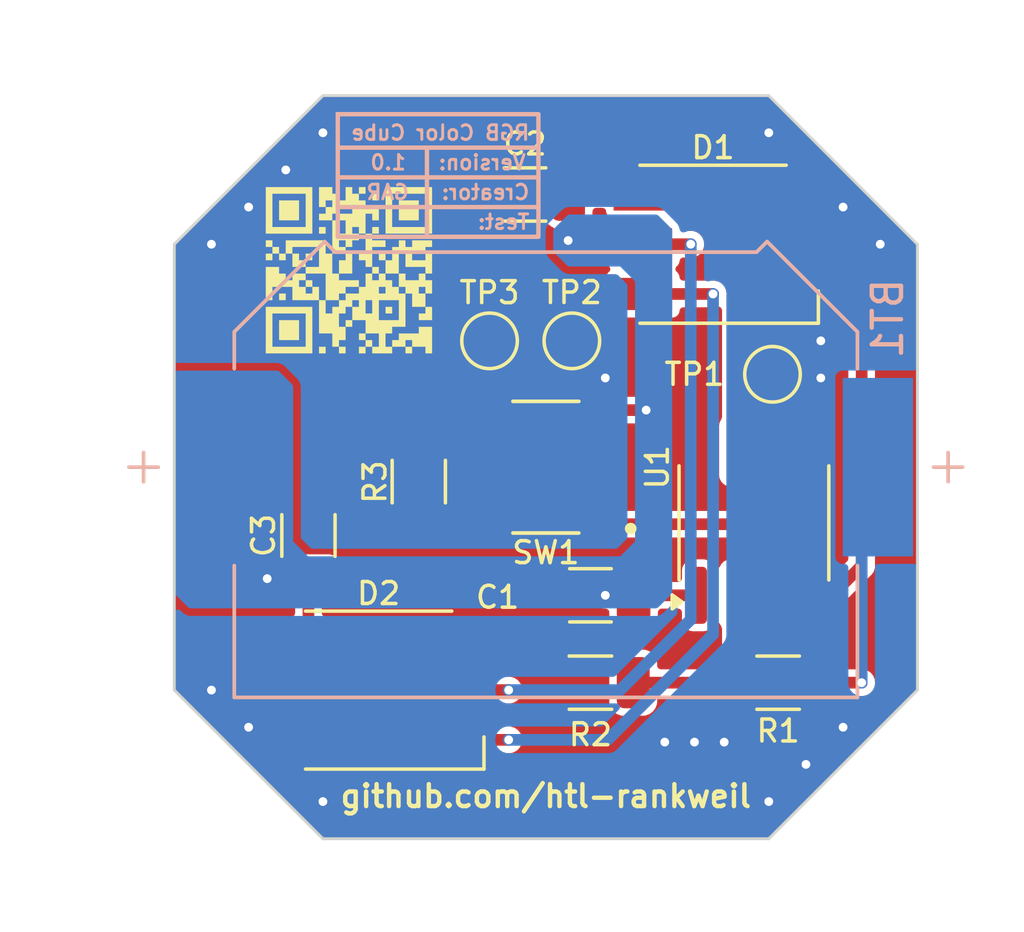
<source format=kicad_pcb>
(kicad_pcb (version 20221018) (generator pcbnew)
  (layers (0 "F.Cu" signal) (31 "B.Cu" signal) (34 "B.Paste" user) (35 "F.Paste" user) (36 "B.SilkS" user "B.Silkscreen") (37 "F.SilkS" user "F.Silkscreen") (38 "B.Mask" user) (39 "F.Mask" user) (44 "Edge.Cuts" user))
  (property "acronym" "RCC")
  (property "company" "HTL-Rankweil")
  (property "creator" "GAR")
  (property "date" "1337-13-37")
  (property "license" "CC BY-NC-SA 4.0")
  (property "link" "github.com/htl-rankweil")
  (property "revision" "1.0")
  (property "title" "RGB Color Cube")
  (net 0 "")
  (net 1 "GND")
  (net 2 "VCC")
  (net 3 "/MOSI")
  (net 4 "/SCK")
  (net 5 "Net-(U1-PA7)")
  (net 6 "Net-(U1-PA6)")
  (net 7 "Net-(U1-~{RESET}{slash}PA0)")
  (net 9 "Net-(D1-CO)")
  (net 10 "Net-(D1-DO)")
  (footprint "Resistor_SMD:R_1206_3216Metric" (layer "F.Cu") (at 115.824 96.266)
    (fp_text reference "R2" (at 0 1.778) (layer "F.SilkS") (effects (font (size 0.75 0.75) (thickness 0.12))))
    (fp_text value "1Meg")
    (fp_line (start -0.727064 -0.91) (end 0.727064 -0.91) (stroke (width 0.12)) (layer "F.SilkS"))
    (fp_line (start -0.727064 0.91) (end 0.727064 0.91) (stroke (width 0.12)) (layer "F.SilkS"))
    (pad "1" smd roundrect (at -1.4625 0) (size 1.125 1.75) (layers "F.Cu" "F.Paste" "F.Mask") (roundrect_rratio 0.2222222222) (net 1 "GND"))
    (pad "2" smd roundrect (at 1.4625 0) (size 1.125 1.75) (layers "F.Cu" "F.Paste" "F.Mask") (roundrect_rratio 0.2222222222) (net 6 "Net-(U1-PA6)"))
  )
  (footprint "TestPoint:TestPoint_Pad_D1.5mm" (layer "F.Cu") (at 115.189 84.582)
    (fp_text reference "TP2" (at 0 -1.651) (layer "F.SilkS") (effects (font (size 0.75 0.75) (thickness 0.12))))
    (fp_text value "TestPoint" hide)
    (fp_circle (center 0 0) (end 0 0.95) (stroke (width 0.12)) (fill none) (layer "F.SilkS"))
    (pad "1" smd circle (at 0 0) (size 1.5 1.5) (layers "F.Cu" "F.Mask") (net 1 "GND"))
  )
  (footprint "LED_SMD:LED_RGB_5050-6" (layer "F.Cu") (at 108.585 96.52 180)
    (fp_text reference "D2" (at 0 3.302) (layer "F.SilkS") (effects (font (size 0.75 0.75) (thickness 0.12))))
    (fp_text value "APA102")
    (fp_line (start -3.6 -2.7) (end 2.5 -2.7) (stroke (width 0.12)) (layer "F.SilkS"))
    (fp_line (start -3.6 -1.6) (end -3.6 -2.7) (stroke (width 0.12)) (layer "F.SilkS"))
    (fp_line (start 2.5 2.7) (end -2.5 2.7) (stroke (width 0.12)) (layer "F.SilkS"))
    (pad "1" smd rect (at -2.4 -1.7 270) (size 1.1 2) (layers "F.Cu" "F.Paste" "F.Mask") (net 10 "Net-(D1-DO)"))
    (pad "2" smd rect (at -2.4 0 270) (size 1.1 2) (layers "F.Cu" "F.Paste" "F.Mask") (net 9 "Net-(D1-CO)"))
    (pad "3" smd rect (at -2.4 1.7 270) (size 1.1 2) (layers "F.Cu" "F.Paste" "F.Mask") (net 1 "GND"))
    (pad "4" smd rect (at 2.4 1.7 270) (size 1.1 2) (layers "F.Cu" "F.Paste" "F.Mask") (net 2 "VCC"))
    (pad "5" smd rect (at 2.4 0 270) (size 1.1 2) (layers "F.Cu" "F.Paste" "F.Mask"))
    (pad "6" smd rect (at 2.4 -1.7 270) (size 1.1 2) (layers "F.Cu" "F.Paste" "F.Mask"))
  )
  (footprint "Capacitor_SMD:C_1206_3216Metric" (layer "F.Cu") (at 113.587 79.58 180)
    (fp_text reference "C2" (at 0 1.729) (layer "F.SilkS") (effects (font (size 0.75 0.75) (thickness 0.12))))
    (fp_text value "100n")
    (fp_line (start -0.711252 -0.91) (end 0.711252 -0.91) (stroke (width 0.12)) (layer "F.SilkS"))
    (fp_line (start -0.711252 0.91) (end 0.711252 0.91) (stroke (width 0.12)) (layer "F.SilkS"))
    (pad "1" smd roundrect (at -1.475 0 180) (size 1.15 1.8) (layers "F.Cu" "F.Paste" "F.Mask") (roundrect_rratio 0.2173913043) (net 2 "VCC"))
    (pad "2" smd roundrect (at 1.475 0 180) (size 1.15 1.8) (layers "F.Cu" "F.Paste" "F.Mask") (roundrect_rratio 0.2173913043) (net 1 "GND"))
  )
  (footprint "Capacitor_SMD:C_1206_3216Metric" (layer "F.Cu") (at 106.185 91.235 90)
    (fp_text reference "C3" (at 0 -1.537 90) (layer "F.SilkS") (effects (font (size 0.75 0.75) (thickness 0.12))))
    (fp_text value "100n")
    (fp_line (start -0.711252 -0.91) (end 0.711252 -0.91) (stroke (width 0.12)) (layer "F.SilkS"))
    (fp_line (start -0.711252 0.91) (end 0.711252 0.91) (stroke (width 0.12)) (layer "F.SilkS"))
    (pad "1" smd roundrect (at -1.475 0 90) (size 1.15 1.8) (layers "F.Cu" "F.Paste" "F.Mask") (roundrect_rratio 0.2173913043) (net 2 "VCC"))
    (pad "2" smd roundrect (at 1.475 0 90) (size 1.15 1.8) (layers "F.Cu" "F.Paste" "F.Mask") (roundrect_rratio 0.2173913043) (net 1 "GND"))
  )
  (footprint "Package_SO:SOIC-8_3.9x4.9mm_P1.27mm" (layer "F.Cu") (at 121.412 90.805 90)
    (fp_text reference "U1" (at 1.905 -3.302 90) (layer "F.SilkS") (effects (font (size 0.75 0.75) (thickness 0.12))))
    (fp_text value "ATtiny402-SS")
    (fp_line (start 0 -2.56) (end -1.95 -2.56) (stroke (width 0.12)) (layer "F.SilkS"))
    (fp_line (start 0 -2.56) (end 1.95 -2.56) (stroke (width 0.12)) (layer "F.SilkS"))
    (fp_line (start 0 2.56) (end -1.95 2.56) (stroke (width 0.12)) (layer "F.SilkS"))
    (fp_line (start 0 2.56) (end 1.95 2.56) (stroke (width 0.12)) (layer "F.SilkS"))
    (fp_poly (pts (xy -2.7 -2.465) (xy -2.94 -2.795) (xy -2.46 -2.795) (xy -2.7 -2.465)) (stroke (width 0.12)) (fill solid) (layer "F.SilkS"))
    (pad "1" smd roundrect (at -2.475 -1.905 90) (size 1.95 0.6) (layers "F.Cu" "F.Paste" "F.Mask") (net 2 "VCC"))
    (pad "2" smd roundrect (at -2.475 -0.635 90) (size 1.95 0.6) (layers "F.Cu" "F.Paste" "F.Mask") (net 6 "Net-(U1-PA6)"))
    (pad "3" smd roundrect (at -2.475 0.635 90) (size 1.95 0.6) (layers "F.Cu" "F.Paste" "F.Mask") (net 5 "Net-(U1-PA7)"))
    (pad "4" smd roundrect (at -2.475 1.905 90) (size 1.95 0.6) (layers "F.Cu" "F.Paste" "F.Mask") (net 3 "/MOSI"))
    (pad "5" smd roundrect (at 2.475 1.905 90) (size 1.95 0.6) (layers "F.Cu" "F.Paste" "F.Mask"))
    (pad "6" smd roundrect (at 2.475 0.635 90) (size 1.95 0.6) (layers "F.Cu" "F.Paste" "F.Mask") (net 7 "Net-(U1-~{RESET}{slash}PA0)"))
    (pad "7" smd roundrect (at 2.475 -0.635 90) (size 1.95 0.6) (layers "F.Cu" "F.Paste" "F.Mask") (net 4 "/SCK"))
    (pad "8" smd roundrect (at 2.475 -1.905 90) (size 1.95 0.6) (layers "F.Cu" "F.Paste" "F.Mask") (net 1 "GND"))
  )
  (footprint "Images:QR_0x007e_small" (layer "F.Cu") (at 107.569 82.169)
    (fp_text reference "FID4" hide)
    (fp_text value "QR" hide)
    (fp_poly (pts (xy -2.61504 -0.909579) (xy -2.61504 -0.795882) (xy -2.728738 -0.795882) (xy -2.842435 -0.795882) (xy -2.842435 -0.909579) (xy -2.842435 -1.023277) (xy -2.728738 -1.023277) (xy -2.61504 -1.023277)) (fill solid) (layer "F.SilkS"))
    (fp_poly (pts (xy -2.160251 0.909579) (xy -2.160251 1.023276) (xy -2.273948 1.023276) (xy -2.387646 1.023276) (xy -2.387646 0.909579) (xy -2.387646 0.795882) (xy -2.273948 0.795882) (xy -2.160251 0.795882)) (fill solid) (layer "F.SilkS"))
    (fp_poly (pts (xy -1.705461 -2.046553) (xy -1.705461 -1.705461) (xy -2.046553 -1.705461) (xy -2.387646 -1.705461) (xy -2.387646 -2.046553) (xy -2.387646 -2.387646) (xy -2.046553 -2.387646) (xy -1.705461 -2.387646)) (fill solid) (layer "F.SilkS"))
    (fp_poly (pts (xy -1.705461 2.046553) (xy -1.705461 2.387645) (xy -2.046553 2.387645) (xy -2.387646 2.387645) (xy -2.387646 2.046553) (xy -2.387646 1.705461) (xy -2.046553 1.705461) (xy -1.705461 1.705461)) (fill solid) (layer "F.SilkS"))
    (fp_poly (pts (xy -1.250672 -0.45479) (xy -1.250672 -0.341092) (xy -1.364369 -0.341092) (xy -1.478066 -0.341092) (xy -1.478066 -0.45479) (xy -1.478066 -0.568487) (xy -1.364369 -0.568487) (xy -1.250672 -0.568487)) (fill solid) (layer "F.SilkS"))
    (fp_poly (pts (xy -1.250672 0.454789) (xy -1.250672 0.568487) (xy -1.364369 0.568487) (xy -1.478066 0.568487) (xy -1.478066 0.454789) (xy -1.478066 0.341092) (xy -1.364369 0.341092) (xy -1.250672 0.341092)) (fill solid) (layer "F.SilkS"))
    (fp_poly (pts (xy -0.795882 -1.364369) (xy -0.795882 -1.250672) (xy -0.909579 -1.250672) (xy -1.023277 -1.250672) (xy -1.023277 -1.364369) (xy -1.023277 -1.478066) (xy -0.909579 -1.478066) (xy -0.795882 -1.478066)) (fill solid) (layer "F.SilkS"))
    (fp_poly (pts (xy -0.795882 2.728738) (xy -0.795882 2.842435) (xy -0.909579 2.842435) (xy -1.023277 2.842435) (xy -1.023277 2.728738) (xy -1.023277 2.61504) (xy -0.909579 2.61504) (xy -0.795882 2.61504)) (fill solid) (layer "F.SilkS"))
    (fp_poly (pts (xy -0.113698 2.728738) (xy -0.113698 2.842435) (xy -0.227395 2.842435) (xy -0.341092 2.842435) (xy -0.341092 2.728738) (xy -0.341092 2.61504) (xy -0.227395 2.61504) (xy -0.113698 2.61504)) (fill solid) (layer "F.SilkS"))
    (fp_poly (pts (xy 1.023276 -2.501343) (xy 1.023276 -2.387646) (xy 0.909579 -2.387646) (xy 0.795882 -2.387646) (xy 0.795882 -2.501343) (xy 0.795882 -2.61504) (xy 0.909579 -2.61504) (xy 1.023276 -2.61504)) (fill solid) (layer "F.SilkS"))
    (fp_poly (pts (xy 1.478066 1.364369) (xy 1.478066 1.478066) (xy 1.364369 1.478066) (xy 1.250671 1.478066) (xy 1.250671 1.364369) (xy 1.250671 1.250671) (xy 1.364369 1.250671) (xy 1.478066 1.250671)) (fill solid) (layer "F.SilkS"))
    (fp_poly (pts (xy 2.387645 -2.046553) (xy 2.387645 -1.705461) (xy 2.046553 -1.705461) (xy 1.705461 -1.705461) (xy 1.705461 -2.046553) (xy 1.705461 -2.387646) (xy 2.046553 -2.387646) (xy 2.387645 -2.387646)) (fill solid) (layer "F.SilkS"))
    (fp_poly (pts (xy 0.113697 -0.227395) (xy 0.113697 0.113697) (xy -0.113698 0.113697) (xy -0.341092 0.113697) (xy -0.341092 -0.113698) (xy -0.341092 -0.341092) (xy -0.227395 -0.341092) (xy -0.113698 -0.341092) (xy -0.113698 -0.45479) (xy -0.113698 -0.568487) (xy 0 -0.568487) (xy 0.113697 -0.568487)) (fill solid) (layer "F.SilkS"))
    (fp_poly (pts (xy 2.842435 1.478066) (xy 2.842435 1.705461) (xy 2.61504 1.705461) (xy 2.387645 1.705461) (xy 2.387645 1.591763) (xy 2.387645 1.478066) (xy 2.501343 1.478066) (xy 2.61504 1.478066) (xy 2.61504 1.364369) (xy 2.61504 1.250671) (xy 2.728738 1.250671) (xy 2.842435 1.250671)) (fill solid) (layer "F.SilkS"))
    (fp_poly (pts (xy -1.250672 -2.046553) (xy -1.250672 -1.250672) (xy -2.046553 -1.250672) (xy -2.842435 -1.250672) (xy -2.842435 -2.046553) (xy -2.842435 -2.61504) (xy -2.61504 -2.61504) (xy -2.61504 -2.046553) (xy -2.61504 -1.478066) (xy -2.046553 -1.478066) (xy -1.478066 -1.478066) (xy -1.478066 -2.046553) (xy -1.478066 -2.61504) (xy -2.046553 -2.61504) (xy -2.61504 -2.61504) (xy -2.842435 -2.61504) (xy -2.842435 -2.842435) (xy -2.046553 -2.842435) (xy -1.250672 -2.842435)) (fill solid) (layer "F.SilkS"))
    (fp_poly (pts (xy -1.250672 2.046553) (xy -1.250672 2.842435) (xy -2.046553 2.842435) (xy -2.842435 2.842435) (xy -2.842435 2.046553) (xy -2.842435 1.478066) (xy -2.61504 1.478066) (xy -2.61504 2.046553) (xy -2.61504 2.61504) (xy -2.046553 2.61504) (xy -1.478066 2.61504) (xy -1.478066 2.046553) (xy -1.478066 1.478066) (xy -2.046553 1.478066) (xy -2.61504 1.478066) (xy -2.842435 1.478066) (xy -2.842435 1.250671) (xy -2.046553 1.250671) (xy -1.250672 1.250671)) (fill solid) (layer "F.SilkS"))
    (fp_poly (pts (xy 2.842435 -2.046553) (xy 2.842435 -1.250672) (xy 2.046553 -1.250672) (xy 1.250671 -1.250672) (xy 1.250671 -2.046553) (xy 1.250671 -2.61504) (xy 1.478066 -2.61504) (xy 1.478066 -2.046553) (xy 1.478066 -1.478066) (xy 2.046553 -1.478066) (xy 2.61504 -1.478066) (xy 2.61504 -2.046553) (xy 2.61504 -2.61504) (xy 2.046553 -2.61504) (xy 1.478066 -2.61504) (xy 1.250671 -2.61504) (xy 1.250671 -2.842435) (xy 2.046553 -2.842435) (xy 2.842435 -2.842435)) (fill solid) (layer "F.SilkS"))
    (fp_poly (pts (xy -0.568487 -2.728738) (xy -0.568487 -2.61504) (xy -0.45479 -2.61504) (xy -0.341092 -2.61504) (xy -0.341092 -2.501343) (xy -0.341092 -2.387646) (xy -0.227395 -2.387646) (xy -0.113698 -2.387646) (xy -0.113698 -2.61504) (xy -0.113698 -2.842435) (xy 0 -2.842435) (xy 0.113697 -2.842435) (xy 0.113697 -2.728738) (xy 0.113697 -2.61504) (xy 0.227395 -2.61504) (xy 0.341092 -2.61504) (xy 0.341092 -2.728738) (xy 0.341092 -2.842435) (xy 0.454789 -2.842435) (xy 0.568487 -2.842435) (xy 0.568487 -2.728738) (xy 0.568487 -2.61504) (xy 0.454789 -2.61504) (xy 0.341092 -2.61504) (xy 0.341092 -2.501343) (xy 0.341092 -2.387646) (xy 0.454789 -2.387646) (xy 0.568487 -2.387646) (xy 0.568487 -2.273948) (xy 0.568487 -2.160251) (xy 0.795882 -2.160251) (xy 1.023276 -2.160251) (xy 1.023276 -1.932856) (xy 1.023276 -1.705461) (xy 0.909579 -1.705461) (xy 0.795882 -1.705461) (xy 0.795882 -1.819159) (xy 0.795882 -1.932856) (xy 0.682184 -1.932856) (xy 0.568487 -1.932856) (xy 0.568487 -1.591764) (xy 0.568487 -1.250672) (xy 0.682184 -1.250672) (xy 0.795882 -1.250672) (xy 0.795882 -1.364369) (xy 0.795882 -1.478066) (xy 0.909579 -1.478066) (xy 1.023276 -1.478066) (xy 1.023276 -1.364369) (xy 1.023276 -1.250672) (xy 0.909579 -1.250672) (xy 0.795882 -1.250672) (xy 0.795882 -1.136974) (xy 0.795882 -1.023277) (xy 1.023276 -1.023277) (xy 1.250671 -1.023277) (xy 1.250671 -0.909579) (xy 1.250671 -0.795882) (xy 1.023276 -0.795882) (xy 0.795882 -0.795882) (xy 0.795882 -0.45479) (xy 0.795882 -0.113698) (xy 0.682184 -0.113698) (xy 0.568487 -0.113698) (xy 0.568487 -0.227395) (xy 0.568487 -0.341092) (xy 0.454789 -0.341092) (xy 0.341092 -0.341092) (xy 0.341092 -0.45479) (xy 0.341092 -0.568487) (xy 0.454789 -0.568487) (xy 0.568487 -0.568487) (xy 0.568487 -0.909579) (xy 0.568487 -1.250672) (xy 0.454789 -1.250672) (xy 0.341092 -1.250672) (xy 0.341092 -1.136974) (xy 0.341092 -1.023277) (xy 0.227395 -1.023277) (xy 0.113697 -1.023277) (xy 0.113697 -0.909579) (xy 0.113697 -0.795882) (xy 0 -0.795882) (xy -0.113698 -0.795882) (xy -0.113698 -0.909579) (xy -0.113698 -1.023277) (xy -0.227395 -1.023277) (xy -0.341092 -1.023277) (xy -0.341092 -0.909579) (xy -0.341092 -0.795882) (xy -0.227395 -0.795882) (xy -0.113698 -0.795882) (xy -0.113698 -0.682185) (xy -0.113698 -0.568487) (xy -0.341092 -0.568487) (xy -0.568487 -0.568487) (xy -0.568487 -0.227395) (xy -0.568487 0.113697) (xy -0.45479 0.113697) (xy -0.341092 0.113697) (xy -0.341092 0.227395) (xy -0.341092 0.341092) (xy 0 0.341092) (xy 0.341092 0.341092) (xy 0.341092 0.454789) (xy 0.341092 0.568487) (xy 0.113697 0.568487) (xy -0.113698 0.568487) (xy -0.113698 0.682184) (xy -0.113698 0.795882) (xy -0.227395 0.795882) (xy -0.341092 0.795882) (xy -0.341092 0.909579) (xy -0.341092 1.023276) (xy -0.568487 1.023276) (xy -0.795882 1.023276) (xy -0.795882 0.568487) (xy -0.795882 0.113697) (xy -1.136974 0.113697) (xy -1.478066 0.113697) (xy -1.478066 0.227395) (xy -1.478066 0.341092) (xy -1.591764 0.341092) (xy -1.705461 0.341092) (xy -1.705461 0.454789) (xy -1.705461 0.568487) (xy -1.591764 0.568487) (xy -1.478066 0.568487) (xy -1.478066 0.682184) (xy -1.478066 0.795882) (xy -1.364369 0.795882) (xy -1.250672 0.795882) (xy -1.250672 0.682184) (xy -1.250672 0.568487) (xy -1.136974 0.568487) (xy -1.023277 0.568487) (xy -1.023277 0.795882) (xy -1.023277 1.023276) (xy -1.478066 1.023276) (xy -1.932856 1.023276) (xy -1.932856 0.795882) (xy -1.932856 0.568487) (xy -2.273948 0.568487) (xy -2.61504 0.568487) (xy -2.61504 0.795882) (xy -2.61504 1.023276) (xy -2.728738 1.023276) (xy -2.842435 1.023276) (xy -2.842435 0.454789) (xy -2.842435 -0.113698) (xy -2.61504 -0.113698) (xy -2.387646 -0.113698) (xy -2.387646 0) (xy -2.387646 0.113697) (xy -2.273948 0.113697) (xy -2.160251 0.113697) (xy -2.160251 0.227395) (xy -2.160251 0.341092) (xy -2.046553 0.341092) (xy -1.932856 0.341092) (xy -1.932856 0.227395) (xy -1.932856 0.113697) (xy -1.705461 0.113697) (xy -1.478066 0.113697) (xy -1.478066 0) (xy -1.478066 -0.113698) (xy -1.705461 -0.113698) (xy -1.932856 -0.113698) (xy -1.932856 -0.341092) (xy -1.932856 -0.568487) (xy -1.819159 -0.568487) (xy -1.705461 -0.568487) (xy -1.705461 -0.45479) (xy -1.705461 -0.341092) (xy -1.591764 -0.341092) (xy -1.478066 -0.341092) (xy -1.478066 -0.227395) (xy -1.478066 -0.113698) (xy -1.250672 -0.113698) (xy -1.023277 -0.113698) (xy -1.023277 -0.45479) (xy -1.023277 -0.795882) (xy -1.478066 -0.795882) (xy -1.932856 -0.795882) (xy -1.932856 -0.682185) (xy -1.932856 -0.568487) (xy -2.046553 -0.568487) (xy -2.160251 -0.568487) (xy -2.160251 -0.45479) (xy -2.160251 -0.341092) (xy -2.273948 -0.341092) (xy -2.387646 -0.341092) (xy -2.387646 -0.45479) (xy -2.387646 -0.568487) (xy -2.501343 -0.568487) (xy -2.61504 -0.568487) (xy -2.61504 -0.45479) (xy -2.61504 -0.341092) (xy -2.728738 -0.341092) (xy -2.842435 -0.341092) (xy -2.842435 -0.45479) (xy -2.842435 -0.568487) (xy -2.728738 -0.568487) (xy -2.61504 -0.568487) (xy -2.61504 -0.682185) (xy -2.61504 -0.795882) (xy -2.501343 -0.795882) (xy -2.387646 -0.795882) (xy -2.387646 -0.682185) (xy -2.387646 -0.568487) (xy -2.273948 -0.568487) (xy -2.160251 -0.568487) (xy -2.160251 -0.795882) (xy -2.160251 -1.023277) (xy -1.478066 -1.023277) (xy -0.795882 -1.023277) (xy -0.795882 -0.795882) (xy -0.795882 -0.568487) (xy -0.682185 -0.568487) (xy -0.568487 -0.568487) (xy -0.568487 -1.136974) (xy -0.568487 -1.705461) (xy -0.45479 -1.705461) (xy -0.341092 -1.705461) (xy -0.341092 -1.478066) (xy -0.341092 -1.250672) (xy -0.227395 -1.250672) (xy -0.113698 -1.250672) (xy -0.113698 -1.478066) (xy 0.113697 -1.478066) (xy 0.113697 -1.364369) (xy 0.113697 -1.250672) (xy 0.227395 -1.250672) (xy 0.341092 -1.250672) (xy 0.341092 -1.364369) (xy 0.341092 -1.478066) (xy 0.227395 -1.478066) (xy 0.113697 -1.478066) (xy -0.113698 -1.478066) (xy -0.113698 -1.705461) (xy -0.227395 -1.705461) (xy -0.341092 -1.705461) (xy -0.341092 -1.819159) (xy -0.341092 -1.932856) (xy -0.113698 -1.932856) (xy 0.113697 -1.932856) (xy 0.113697 -2.046553) (xy 0.113697 -2.160251) (xy -0.113698 -2.160251) (xy -0.341092 -2.160251) (xy -0.341092 -2.046553) (xy -0.341092 -1.932856) (xy -0.45479 -1.932856) (xy -0.568487 -1.932856) (xy -0.568487 -1.819159) (xy -0.568487 -1.705461) (xy -0.795882 -1.705461) (xy -1.023277 -1.705461) (xy -1.023277 -1.819159) (xy -1.023277 -1.932856) (xy -0.909579 -1.932856) (xy -0.795882 -1.932856) (xy -0.795882 -2.046553) (xy -0.795882 -2.160251) (xy -0.909579 -2.160251) (xy -1.023277 -2.160251) (xy -1.023277 -2.387646) (xy -0.795882 -2.387646) (xy -0.795882 -2.273948) (xy -0.795882 -2.160251) (xy -0.682185 -2.160251) (xy -0.568487 -2.160251) (xy -0.568487 -2.273948) (xy -0.568487 -2.387646) (xy -0.682185 -2.387646) (xy -0.795882 -2.387646) (xy -1.023277 -2.387646) (xy -1.023277 -2.501343) (xy -1.023277 -2.842435) (xy -0.795882 -2.842435) (xy -0.568487 -2.842435)) (fill solid) (layer "F.SilkS"))
    (fp_poly (pts (xy 1.932856 -0.909579) (xy 1.932856 -0.795882) (xy 2.046553 -0.795882) (xy 2.16025 -0.795882) (xy 2.16025 -0.909579) (xy 2.16025 -1.023277) (xy 2.501343 -1.023277) (xy 2.842435 -1.023277) (xy 2.842435 -0.909579) (xy 2.842435 -0.795882) (xy 2.728738 -0.795882) (xy 2.61504 -0.795882) (xy 2.61504 -0.682185) (xy 2.61504 -0.568487) (xy 2.387645 -0.568487) (xy 2.16025 -0.568487) (xy 2.16025 -0.45479) (xy 2.16025 -0.341092) (xy 2.387645 -0.341092) (xy 2.61504 -0.341092) (xy 2.61504 -0.45479) (xy 2.61504 -0.568487) (xy 2.728738 -0.568487) (xy 2.842435 -0.568487) (xy 2.842435 -0.227395) (xy 2.842435 0.113697) (xy 2.728738 0.113697) (xy 2.61504 0.113697) (xy 2.61504 0.227395) (xy 2.61504 0.341092) (xy 2.728738 0.341092) (xy 2.842435 0.341092) (xy 2.842435 0.568487) (xy 2.842435 0.795882) (xy 2.728738 0.795882) (xy 2.61504 0.795882) (xy 2.61504 1.023276) (xy 2.61504 1.250671) (xy 2.387645 1.250671) (xy 2.16025 1.250671) (xy 2.16025 1.023276) (xy 2.16025 0.795882) (xy 2.046553 0.795882) (xy 1.932856 0.795882) (xy 1.932856 1.364369) (xy 1.932856 1.932856) (xy 1.705461 1.932856) (xy 1.478066 1.932856) (xy 1.478066 2.046553) (xy 1.478066 2.16025) (xy 1.364369 2.16025) (xy 1.250671 2.16025) (xy 1.250671 2.387645) (xy 1.250671 2.61504) (xy 1.364369 2.61504) (xy 1.478066 2.61504) (xy 1.478066 2.501343) (xy 1.478066 2.387645) (xy 1.591763 2.387645) (xy 1.705461 2.387645) (xy 1.932856 2.387645) (xy 1.932856 2.501343) (xy 1.932856 2.61504) (xy 2.046553 2.61504) (xy 2.16025 2.61504) (xy 2.16025 2.501343) (xy 2.16025 2.387645) (xy 2.046553 2.387645) (xy 1.932856 2.387645) (xy 1.705461 2.387645) (xy 1.705461 2.273948) (xy 1.705461 2.16025) (xy 2.046553 2.16025) (xy 2.387645 2.16025) (xy 2.387645 2.046553) (xy 2.387645 1.932856) (xy 2.61504 1.932856) (xy 2.842435 1.932856) (xy 2.842435 2.387645) (xy 2.842435 2.842435) (xy 2.728738 2.842435) (xy 2.61504 2.842435) (xy 2.61504 2.728738) (xy 2.61504 2.61504) (xy 2.387645 2.61504) (xy 2.16025 2.61504) (xy 2.16025 2.728738) (xy 2.16025 2.842435) (xy 2.046553 2.842435) (xy 1.932856 2.842435) (xy 1.932856 2.728738) (xy 1.932856 2.61504) (xy 1.705461 2.61504) (xy 1.478066 2.61504) (xy 1.478066 2.728738) (xy 1.478066 2.842435) (xy 1.136974 2.842435) (xy 0.795882 2.842435) (xy 0.795882 2.728738) (xy 0.795882 2.61504) (xy 0.682184 2.61504) (xy 0.568487 2.61504) (xy 0.568487 2.728738) (xy 0.568487 2.842435) (xy 0.454789 2.842435) (xy 0.341092 2.842435) (xy 0.341092 2.728738) (xy 0.341092 2.61504) (xy 0.454789 2.61504) (xy 0.568487 2.61504) (xy 0.568487 2.501343) (xy 0.568487 2.387645) (xy 0.682184 2.387645) (xy 0.795882 2.387645) (xy 0.795882 2.501343) (xy 0.795882 2.61504) (xy 0.909579 2.61504) (xy 1.023276 2.61504) (xy 1.023276 2.387645) (xy 1.023276 2.16025) (xy 0.795882 2.16025) (xy 0.568487 2.16025) (xy 0.568487 2.273948) (xy 0.568487 2.387645) (xy 0.454789 2.387645) (xy 0.341092 2.387645) (xy 0.341092 2.273948) (xy 0.341092 2.16025) (xy 0.454789 2.16025) (xy 0.568487 2.16025) (xy 0.568487 1.932856) (xy 0.568487 1.705461) (xy 0.341092 1.705461) (xy 0.113697 1.705461) (xy 0.113697 1.819158) (xy 0.113697 1.932856) (xy 0 1.932856) (xy -0.113698 1.932856) (xy -0.113698 2.16025) (xy -0.113698 2.387645) (xy -0.227395 2.387645) (xy -0.341092 2.387645) (xy -0.341092 2.501343) (xy -0.341092 2.61504) (xy -0.45479 2.61504) (xy -0.568487 2.61504) (xy -0.568487 2.387645) (xy -0.568487 2.16025) (xy -0.795882 2.16025) (xy -1.023277 2.16025) (xy -1.023277 1.932856) (xy -0.341092 1.932856) (xy -0.227395 1.932856) (xy -0.113698 1.932856) (xy -0.113698 1.819158) (xy -0.113698 1.705461) (xy 0 1.705461) (xy 0.113697 1.705461) (xy 0.113697 1.478066) (xy 0.113697 1.250671) (xy 0.227395 1.250671) (xy 0.341092 1.250671) (xy 0.341092 1.136974) (xy 0.341092 1.023276) (xy 0.568487 1.023276) (xy 0.568487 1.250671) (xy 0.568487 1.478066) (xy 0.682184 1.478066) (xy 0.795882 1.478066) (xy 0.795882 1.250671) (xy 0.795882 1.023276) (xy 1.023276 1.023276) (xy 1.023276 1.364369) (xy 1.023276 1.705461) (xy 1.364369 1.705461) (xy 1.705461 1.705461) (xy 1.705461 1.364369) (xy 1.705461 1.023276) (xy 1.364369 1.023276) (xy 1.023276 1.023276) (xy 0.795882 1.023276) (xy 0.682184 1.023276) (xy 0.568487 1.023276) (xy 0.341092 1.023276) (xy 0.227395 1.023276) (xy 0.113697 1.023276) (xy 0.113697 1.136974) (xy 0.113697 1.250671) (xy 0 1.250671) (xy -0.113698 1.250671) (xy -0.113698 1.364369) (xy -0.113698 1.478066) (xy -0.227395 1.478066) (xy -0.341092 1.478066) (xy -0.341092 1.705461) (xy -0.341092 1.932856) (xy -1.023277 1.932856) (xy -1.023277 1.591763) (xy -1.023277 1.023276) (xy -0.909579 1.023276) (xy -0.795882 1.023276) (xy -0.795882 1.250671) (xy -0.795882 1.478066) (xy -0.682185 1.478066) (xy -0.568487 1.478066) (xy -0.568487 1.364369) (xy -0.568487 1.250671) (xy -0.45479 1.250671) (xy -0.341092 1.250671) (xy -0.341092 1.136974) (xy -0.341092 1.023276) (xy -0.227395 1.023276) (xy -0.113698 1.023276) (xy -0.113698 0.909579) (xy -0.113698 0.795882) (xy 0.113697 0.795882) (xy 0.341092 0.795882) (xy 0.341092 0.682184) (xy 0.341092 0.568487) (xy 0.454789 0.568487) (xy 0.568487 0.568487) (xy 1.023276 0.568487) (xy 1.023276 0.682184) (xy 1.023276 0.795882) (xy 1.136974 0.795882) (xy 1.250671 0.795882) (xy 1.250671 0.682184) (xy 1.250671 0.568487) (xy 1.136974 0.568487) (xy 1.023276 0.568487) (xy 0.568487 0.568487) (xy 0.568487 0.341092) (xy 0.568487 0.113697) (xy 0.682184 0.113697) (xy 0.795882 0.113697) (xy 0.795882 0.227395) (xy 0.795882 0.341092) (xy 0.909579 0.341092) (xy 1.023276 0.341092) (xy 1.250671 0.341092) (xy 1.364369 0.341092) (xy 1.478066 0.341092) (xy 1.478066 0.454789) (xy 1.478066 0.568487) (xy 1.591763 0.568487) (xy 1.705461 0.568487) (xy 1.705461 0.682184) (xy 1.705461 0.795882) (xy 1.819158 0.795882) (xy 1.932856 0.795882) (xy 1.932856 0.682184) (xy 1.932856 0.568487) (xy 2.387645 0.568487) (xy 2.387645 0.682184) (xy 2.387645 0.795882) (xy 2.501343 0.795882) (xy 2.61504 0.795882) (xy 2.61504 0.682184) (xy 2.61504 0.568487) (xy 2.501343 0.568487) (xy 2.387645 0.568487) (xy 1.932856 0.568487) (xy 1.819158 0.568487) (xy 1.705461 0.568487) (xy 1.705461 0.341092) (xy 1.705461 0.113697) (xy 1.819158 0.113697) (xy 1.932856 0.113697) (xy 1.932856 0.227395) (xy 1.932856 0.341092) (xy 2.16025 0.341092) (xy 2.387645 0.341092) (xy 2.387645 0.227395) (xy 2.387645 0.113697) (xy 2.501343 0.113697) (xy 2.61504 0.113697) (xy 2.61504 0) (xy 2.61504 -0.113698) (xy 2.273948 -0.113698) (xy 1.932856 -0.113698) (xy 1.932856 -0.341092) (xy 1.932856 -0.568487) (xy 1.819158 -0.568487) (xy 1.705461 -0.568487) (xy 1.705461 -0.227395) (xy 1.705461 0.113697) (xy 1.478066 0.113697) (xy 1.250671 0.113697) (xy 1.250671 0.227395) (xy 1.250671 0.341092) (xy 1.023276 0.341092) (xy 1.023276 0.227395) (xy 1.023276 0.113697) (xy 0.909579 0.113697) (xy 0.795882 0.113697) (xy 0.795882 0) (xy 0.795882 -0.113698) (xy 0.909579 -0.113698) (xy 1.023276 -0.113698) (xy 1.023276 0) (xy 1.023276 0.113697) (xy 1.136974 0.113697) (xy 1.250671 0.113697) (xy 1.250671 -0.113698) (xy 1.250671 -0.341092) (xy 1.136974 -0.341092) (xy 1.023276 -0.341092) (xy 1.023276 -0.45479) (xy 1.023276 -0.568487) (xy 1.136974 -0.568487) (xy 1.250671 -0.568487) (xy 1.250671 -0.45479) (xy 1.250671 -0.341092) (xy 1.364369 -0.341092) (xy 1.478066 -0.341092) (xy 1.478066 -0.568487) (xy 1.478066 -0.795882) (xy 1.591763 -0.795882) (xy 1.705461 -0.795882) (xy 1.705461 -0.909579) (xy 1.705461 -1.023277) (xy 1.819158 -1.023277) (xy 1.932856 -1.023277)) (fill solid) (layer "F.SilkS"))
  )
  (footprint "PTS530:SW_PTS530_GK055_SMTR_LFS" (layer "F.Cu") (at 114.3 88.9 180)
    (fp_text reference "SW1" (at 0 -2.921) (layer "F.SilkS") (effects (font (size 0.75 0.75) (thickness 0.12))))
    (fp_text value "SW_MEC_5E")
    (fp_line (start -1.125 -2.25) (end 1.125 -2.25) (stroke (width 0.127)) (layer "F.SilkS"))
    (fp_line (start -1.125 2.25) (end 1.125 2.25) (stroke (width 0.127)) (layer "F.SilkS"))
    (fp_circle (center -2.9 -2.1) (end -2.8 -2.1) (stroke (width 0.2)) (fill none) (layer "F.SilkS"))
    (pad "1" smd rect (at -1.925 -1.95 180) (size 1 0.9) (layers "F.Cu" "F.Paste" "F.Mask") (net 5 "Net-(U1-PA7)"))
    (pad "2" smd rect (at 1.925 -1.95 180) (size 1 0.9) (layers "F.Cu" "F.Paste" "F.Mask") (net 5 "Net-(U1-PA7)"))
    (pad "3" smd rect (at -1.925 1.95 180) (size 1 0.9) (layers "F.Cu" "F.Paste" "F.Mask") (net 2 "VCC"))
    (pad "4" smd rect (at 1.925 1.95 180) (size 1 0.9) (layers "F.Cu" "F.Paste" "F.Mask") (net 2 "VCC"))
  )
  (footprint "Resistor_SMD:R_1206_3216Metric" (layer "F.Cu") (at 109.9566 89.3933 90)
    (fp_text reference "R3" (at -0.0147 -1.4986 90) (layer "F.SilkS") (effects (font (size 0.75 0.75) (thickness 0.12))))
    (fp_text value "1Meg")
    (fp_line (start -0.727064 -0.91) (end 0.727064 -0.91) (stroke (width 0.12)) (layer "F.SilkS"))
    (fp_line (start -0.727064 0.91) (end 0.727064 0.91) (stroke (width 0.12)) (layer "F.SilkS"))
    (pad "1" smd roundrect (at -1.4625 0 90) (size 1.125 1.75) (layers "F.Cu" "F.Paste" "F.Mask") (roundrect_rratio 0.2222222222) (net 5 "Net-(U1-PA7)"))
    (pad "2" smd roundrect (at 1.4625 0 90) (size 1.125 1.75) (layers "F.Cu" "F.Paste" "F.Mask") (roundrect_rratio 0.2222222222) (net 1 "GND"))
  )
  (footprint "TestPoint:TestPoint_Pad_D1.5mm" (layer "F.Cu") (at 122.047 85.725)
    (fp_text reference "TP1" (at -2.667 0 180) (layer "F.SilkS") (effects (font (size 0.75 0.75) (thickness 0.12))))
    (fp_text value "TestPoint" hide)
    (fp_circle (center 0 0) (end 0 0.95) (stroke (width 0.12)) (fill none) (layer "F.SilkS"))
    (pad "1" smd circle (at 0 0) (size 1.5 1.5) (layers "F.Cu" "F.Mask") (net 7 "Net-(U1-~{RESET}{slash}PA0)"))
  )
  (footprint "Capacitor_SMD:C_1206_3216Metric" (layer "F.Cu") (at 115.824 93.28 180)
    (fp_text reference "C1" (at 3.175 -0.065) (layer "F.SilkS") (effects (font (size 0.75 0.75) (thickness 0.12))))
    (fp_text value "100n")
    (fp_line (start -0.711252 -0.91) (end 0.711252 -0.91) (stroke (width 0.12)) (layer "F.SilkS"))
    (fp_line (start -0.711252 0.91) (end 0.711252 0.91) (stroke (width 0.12)) (layer "F.SilkS"))
    (pad "1" smd roundrect (at -1.475 0 180) (size 1.15 1.8) (layers "F.Cu" "F.Paste" "F.Mask") (roundrect_rratio 0.2173913043) (net 2 "VCC"))
    (pad "2" smd roundrect (at 1.475 0 180) (size 1.15 1.8) (layers "F.Cu" "F.Paste" "F.Mask") (roundrect_rratio 0.2173913043) (net 1 "GND"))
  )
  (footprint "Resistor_SMD:R_1206_3216Metric" (layer "F.Cu") (at 122.2395 96.266)
    (fp_text reference "R1" (at 0 1.651) (layer "F.SilkS") (effects (font (size 0.75 0.75) (thickness 0.12))))
    (fp_text value "1Meg")
    (fp_line (start -0.727064 -0.91) (end 0.727064 -0.91) (stroke (width 0.12)) (layer "F.SilkS"))
    (fp_line (start -0.727064 0.91) (end 0.727064 0.91) (stroke (width 0.12)) (layer "F.SilkS"))
    (pad "1" smd roundrect (at -1.4625 0) (size 1.125 1.75) (layers "F.Cu" "F.Paste" "F.Mask") (roundrect_rratio 0.2222222222) (net 6 "Net-(U1-PA6)"))
    (pad "2" smd roundrect (at 1.4625 0) (size 1.125 1.75) (layers "F.Cu" "F.Paste" "F.Mask") (roundrect_rratio 0.2222222222) (net 2 "VCC"))
  )
  (footprint "LED_SMD:LED_RGB_5050-6" (layer "F.Cu") (at 120.015 81.28 180)
    (fp_text reference "D1" (at 0 3.302) (layer "F.SilkS") (effects (font (size 0.75 0.75) (thickness 0.12))))
    (fp_text value "APA102")
    (fp_line (start -3.6 -2.7) (end 2.5 -2.7) (stroke (width 0.12)) (layer "F.SilkS"))
    (fp_line (start -3.6 -1.6) (end -3.6 -2.7) (stroke (width 0.12)) (layer "F.SilkS"))
    (fp_line (start 2.5 2.7) (end -2.5 2.7) (stroke (width 0.12)) (layer "F.SilkS"))
    (pad "1" smd rect (at -2.4 -1.7 270) (size 1.1 2) (layers "F.Cu" "F.Paste" "F.Mask") (net 3 "/MOSI"))
    (pad "2" smd rect (at -2.4 0 270) (size 1.1 2) (layers "F.Cu" "F.Paste" "F.Mask") (net 4 "/SCK"))
    (pad "3" smd rect (at -2.4 1.7 270) (size 1.1 2) (layers "F.Cu" "F.Paste" "F.Mask") (net 1 "GND"))
    (pad "4" smd rect (at 2.4 1.7 270) (size 1.1 2) (layers "F.Cu" "F.Paste" "F.Mask") (net 2 "VCC"))
    (pad "5" smd rect (at 2.4 0 270) (size 1.1 2) (layers "F.Cu" "F.Paste" "F.Mask") (net 9 "Net-(D1-CO)"))
    (pad "6" smd rect (at 2.4 -1.7 270) (size 1.1 2) (layers "F.Cu" "F.Paste" "F.Mask") (net 10 "Net-(D1-DO)"))
  )
  (footprint "TestPoint:TestPoint_Pad_D1.5mm" (layer "F.Cu") (at 112.375 84.582)
    (fp_text reference "TP3" (at 0 -1.648) (layer "F.SilkS") (effects (font (size 0.75 0.75) (thickness 0.12))))
    (fp_text value "TestPoint")
    (fp_circle (center 0 0) (end 0 0.95) (stroke (width 0.12)) (fill none) (layer "F.SilkS"))
    (pad "1" smd circle (at 0 0) (size 1.5 1.5) (layers "F.Cu" "F.Mask") (net 2 "VCC"))
  )
  (footprint "Battery_BH:BAT_BH-67D-5" (layer "B.Cu") (at 114.3 88.9 180)
    (fp_text reference "BT1" (at -11.684 5.08 90) (layer "B.SilkS") (effects (justify mirror)))
    (fp_text value "BH-67D-5")
    (fp_line (start -13.75 0.5) (end -13.75 -0.5) (stroke (width 0.127)) (layer "B.SilkS"))
    (fp_line (start -13.25 0) (end -14.25 0) (stroke (width 0.127)) (layer "B.SilkS"))
    (fp_line (start -10.65 -7.87) (end 10.65 -7.87) (stroke (width 0.127)) (layer "B.SilkS"))
    (fp_line (start -10.65 -3.365) (end -10.65 -7.87) (stroke (width 0.127)) (layer "B.SilkS"))
    (fp_line (start -10.65 4.6246) (end -10.65 3.365) (stroke (width 0.127)) (layer "B.SilkS"))
    (fp_line (start -7.5623 7.71) (end -10.65 4.6246) (stroke (width 0.127)) (layer "B.SilkS"))
    (fp_line (start -7.5623 7.71) (end -7.2 7.35) (stroke (width 0.127)) (layer "B.SilkS"))
    (fp_line (start -7.2 7.35) (end 7.2 7.35) (stroke (width 0.127)) (layer "B.SilkS"))
    (fp_line (start 7.2 7.35) (end 7.5623 7.71) (stroke (width 0.127)) (layer "B.SilkS"))
    (fp_line (start 7.5623 7.71) (end 10.65 4.6246) (stroke (width 0.127)) (layer "B.SilkS"))
    (fp_line (start 10.65 -3.365) (end 10.65 -7.87) (stroke (width 0.127)) (layer "B.SilkS"))
    (fp_line (start 10.65 4.6246) (end 10.65 3.365) (stroke (width 0.127)) (layer "B.SilkS"))
    (fp_line (start 13.75 0.5) (end 13.75 -0.5) (stroke (width 0.127)) (layer "B.SilkS"))
    (fp_line (start 14.25 0) (end 13.25 0) (stroke (width 0.127)) (layer "B.SilkS"))
    (pad "N" smd rect (at 0 0 180) (size 4 4) (layers "B.Cu" "B.Mask") (net 1 "GND"))
    (pad "P1" smd rect (at -11.35 0 180) (size 2.4 6.1) (layers "B.Cu" "B.Paste" "B.Mask") (net 2 "VCC"))
    (pad "P2" smd rect (at 11.35 0 180) (size 2.4 6.1) (layers "B.Cu" "B.Paste" "B.Mask") (net 2 "VCC"))
  )
  (gr_line (start 110.236 81.026) (end 110.236 77.978) (stroke (width 0.15)) (layer "B.SilkS"))
  (gr_line (start 107.188 80.01) (end 114.046 80.01) (stroke (width 0.15)) (layer "B.SilkS"))
  (gr_line (start 107.188 78.994) (end 114.046 78.994) (stroke (width 0.15)) (layer "B.SilkS"))
  (gr_rect (start 107.188 76.835) (end 114.046 81.026) (stroke (width 0.15)) (fill none) (layer "B.SilkS"))
  (gr_line (start 107.188 77.978) (end 114.046 77.978) (stroke (width 0.15)) (layer "B.SilkS"))
  (gr_line (start 127 96.52) (end 121.92 101.6) (stroke (width 0.1)) (layer "Edge.Cuts"))
  (gr_line (start 127 81.28) (end 127 96.52) (stroke (width 0.1)) (layer "Edge.Cuts"))
  (gr_line (start 101.6 81.28) (end 106.68 76.2) (stroke (width 0.1)) (layer "Edge.Cuts"))
  (gr_line (start 106.68 101.6) (end 101.6 96.52) (stroke (width 0.1)) (layer "Edge.Cuts"))
  (gr_line (start 121.92 101.6) (end 106.68 101.6) (stroke (width 0.1)) (layer "Edge.Cuts"))
  (gr_line (start 106.68 76.2) (end 121.92 76.2) (stroke (width 0.1)) (layer "Edge.Cuts"))
  (gr_line (start 101.6 96.52) (end 101.6 81.28) (stroke (width 0.1)) (layer "Edge.Cuts"))
  (gr_line (start 121.92 76.2) (end 127 81.28) (stroke (width 0.1)) (layer "Edge.Cuts"))
  (gr_text "Test:" (at 113.792 80.518) (layer "B.SilkS") (effects (font (size 0.5 0.5) (thickness 0.1) bold) (justify left mirror)))
  (gr_text "Creator:   ${creator}" (at 113.792 79.502) (layer "B.SilkS") (effects (font (size 0.5 0.5) (thickness 0.1) bold) (justify left mirror)))
  (gr_text "${title}" (at 113.792 77.47) (layer "B.SilkS") (effects (font (size 0.5 0.5) (thickness 0.1) bold) (justify left mirror)))
  (gr_text "Version:   ${revision}\n" (at 113.665 78.486) (layer "B.SilkS") (effects (font (size 0.5 0.5) (thickness 0.1) bold) (justify left mirror)))
  (gr_text "${link}" (at 114.3 100.584) (layer "F.SilkS") (effects (font (size 0.75 0.75) (thickness 0.15) bold) (justify bottom)))
  (segment (start 114.3615 93.2925) (end 114.349 93.28) (width 0.4) (layer "F.Cu") (net 1))
  (via (at 102.87 96.52) (size 0.4) (drill 0.3) (layers "F.Cu" "B.Cu") (net 1))
  (via (at 121.92 77.47) (size 0.4) (drill 0.3) (layers "F.Cu" "B.Cu") (net 1))
  (via (at 124.46 97.79) (size 0.4) (drill 0.3) (layers "F.Cu" "B.Cu") (net 1))
  (via (at 125.73 81.28) (size 0.4) (drill 0.3) (layers "F.Cu" "B.Cu") (net 1))
  (via (at 102.87 81.28) (size 0.4) (drill 0.3) (layers "F.Cu" "B.Cu") (net 1))
  (via (at 104.14 97.79) (size 0.4) (drill 0.3) (layers "F.Cu" "B.Cu") (net 1))
  (via (at 116.332 85.852) (size 0.4) (drill 0.3) (layers "F.Cu" "B.Cu") (net 1))
  (via (at 106.68 100.33) (size 0.4) (drill 0.3) (layers "F.Cu" "B.Cu") (net 1))
  (via (at 124.46 80.01) (size 0.4) (drill 0.3) (layers "F.Cu" "B.Cu") (net 1))
  (via (at 123.698 85.852) (size 0.4) (drill 0.3) (layers "F.Cu" "B.Cu") (net 1))
  (via (at 121.92 100.33) (size 0.4) (drill 0.3) (layers "F.Cu" "B.Cu") (net 1))
  (via (at 106.68 77.47) (size 0.4) (drill 0.3) (layers "F.Cu" "B.Cu") (net 1))
  (via (at 119.38 98.298) (size 0.4) (drill 0.3) (layers "F.Cu" "B.Cu") (net 1))
  (via (at 123.19 99.06) (size 0.4) (drill 0.3) (layers "F.Cu" "B.Cu") (net 1))
  (via (at 104.14 80.01) (size 0.4) (drill 0.3) (layers "F.Cu" "B.Cu") (net 1))
  (via (at 123.698 84.582) (size 0.4) (drill 0.3) (layers "F.Cu" "B.Cu") (net 1))
  (via (at 105.41 78.74) (size 0.4) (drill 0.3) (layers "F.Cu" "B.Cu") (net 1))
  (via (at 120.396 98.298) (size 0.4) (drill 0.3) (layers "F.Cu" "B.Cu") (net 1))
  (via (at 118.364 98.298) (size 0.4) (drill 0.3) (layers "F.Cu" "B.Cu") (net 1))
  (segment (start 116.225 86.95) (end 112.375 86.95) (width 0.4) (layer "F.Cu") (net 2))
  (segment (start 116.225 86.95) (end 117.729 86.95) (width 0.4) (layer "F.Cu") (net 2))
  (segment (start 112.375 86.95) (end 112.375 84.582) (width 0.4) (layer "F.Cu") (net 2))
  (segment (start 119.507 93.28) (end 117.299 93.28) (width 0.4) (layer "F.Cu") (net 2))
  (segment (start 116.332 93.28) (end 117.299 93.28) (width 0.4) (layer "F.Cu") (net 2))
  (segment (start 117.615 79.58) (end 115.062 79.58) (width 0.4) (layer "F.Cu") (net 2))
  (segment (start 106.185 92.71) (end 104.775 92.71) (width 0.4) (layer "F.Cu") (net 2))
  (segment (start 115.062 79.58) (end 115.062 81.153) (width 0.4) (layer "F.Cu") (net 2))
  (segment (start 106.185 94.82) (end 106.185 92.71) (width 0.4) (layer "F.Cu") (net 2))
  (segment (start 123.702 96.266) (end 125.095 96.266) (width 0.4) (layer "F.Cu") (net 2))
  (via (at 104.775 92.71) (size 0.4) (drill 0.3) (layers "F.Cu" "B.Cu") (net 2))
  (via (at 125.095 96.266) (size 0.4) (drill 0.3) (layers "F.Cu" "B.Cu") (net 2))
  (via (at 116.332 93.28) (size 0.4) (drill 0.3) (layers "F.Cu" "B.Cu") (net 2))
  (via (at 115.062 81.153) (size 0.4) (drill 0.3) (layers "F.Cu" "B.Cu") (net 2))
  (via (at 117.729 86.95) (size 0.4) (drill 0.3) (layers "F.Cu" "B.Cu") (net 2))
  (segment (start 125.095 89.455) (end 125.65 88.9) (width 0.4) (layer "B.Cu") (net 2))
  (segment (start 125.095 96.266) (end 125.095 89.455) (width 0.4) (layer "B.Cu") (net 2))
  (segment (start 122.415 82.98) (end 124.128 82.98) (width 0.4) (layer "F.Cu") (net 3))
  (segment (start 125.095 92.2655) (end 124.0805 93.28) (width 0.4) (layer "F.Cu") (net 3))
  (segment (start 124.128 82.98) (end 125.095 83.947) (width 0.4) (layer "F.Cu") (net 3))
  (segment (start 125.095 83.947) (end 125.095 92.2655) (width 0.4) (layer "F.Cu") (net 3))
  (segment (start 124.0805 93.28) (end 123.317 93.28) (width 0.4) (layer "F.Cu") (net 3))
  (segment (start 120.777 82.268) (end 121.765 81.28) (width 0.4) (layer "F.Cu") (net 4))
  (segment (start 120.777 88.33) (end 120.777 82.268) (width 0.4) (layer "F.Cu") (net 4))
  (segment (start 121.765 81.28) (end 122.415 81.28) (width 0.4) (layer "F.Cu") (net 4))
  (segment (start 121.203 90.85) (end 116.225 90.85) (width 0.4) (layer "F.Cu") (net 5))
  (segment (start 122.047 91.694) (end 121.203 90.85) (width 0.4) (layer "F.Cu") (net 5))
  (segment (start 116.225 90.85) (end 112.375 90.85) (width 0.4) (layer "F.Cu") (net 5))
  (segment (start 112.375 90.85) (end 109.9624 90.85) (width 0.4) (layer "F.Cu") (net 5))
  (segment (start 109.9624 90.85) (end 109.9566 90.8558) (width 0.4) (layer "F.Cu") (net 5))
  (segment (start 122.047 93.28) (end 122.047 91.694) (width 0.4) (layer "F.Cu") (net 5))
  (segment (start 117.2865 96.266) (end 120.777 96.266) (width 0.4) (layer "F.Cu") (net 6))
  (segment (start 120.777 93.28) (end 120.777 96.266) (width 0.4) (layer "F.Cu") (net 6))
  (segment (start 122.047 88.33) (end 122.047 85.725) (width 0.4) (layer "F.Cu") (net 7))
  (segment (start 117.615 81.28) (end 119.253 81.28) (width 0.4) (layer "F.Cu") (net 9))
  (segment (start 110.985 96.52) (end 113.03 96.52) (width 0.4) (layer "F.Cu") (net 9))
  (via (at 113.03 96.52) (size 0.4) (drill 0.3) (layers "F.Cu" "B.Cu") (net 9))
  (via (at 119.253 81.28) (size 0.4) (drill 0.3) (layers "F.Cu" "B.Cu") (net 9))
  (segment (start 116.84 96.52) (end 119.253 94.107) (width 0.4) (layer "B.Cu") (net 9))
  (segment (start 119.253 94.107) (end 119.253 81.28) (width 0.4) (layer "B.Cu") (net 9))
  (segment (start 113.03 96.52) (end 116.84 96.52) (width 0.4) (layer "B.Cu") (net 9))
  (segment (start 117.615 82.98) (end 120.015 82.98) (width 0.4) (layer "F.Cu") (net 10))
  (segment (start 110.985 98.22) (end 113.03 98.22) (width 0.4) (layer "F.Cu") (net 10))
  (via (at 113.03 98.22) (size 0.4) (drill 0.3) (layers "F.Cu" "B.Cu") (net 10))
  (via (at 120.015 82.98) (size 0.4) (drill 0.3) (layers "F.Cu" "B.Cu") (net 10))
  (segment (start 120.015 82.98) (end 120.015 94.615) (width 0.4) (layer "B.Cu") (net 10))
  (segment (start 120.015 94.615) (end 116.41 98.22) (width 0.4) (layer "B.Cu") (net 10))
  (segment (start 116.41 98.22) (end 113.03 98.22) (width 0.4) (layer "B.Cu") (net 10))
  (zone (net 1) (net_name "GND") (layers "F&B.Cu") (connect_pads yes (clearance 0.254)) (min_thickness 0.254) (fill yes (thermal_gap 0.5) (thermal_bridge_width 0.5))
    (polygon (pts (xy 106.68 76.2) (xy 121.92 76.2) (xy 127 81.28) (xy 127 96.52) (xy 121.92 101.6) (xy 106.68 101.6) (xy 101.6 96.52) (xy 101.6 81.28)))
  )
  (zone (net 2) (net_name "VCC") (layer "B.Cu") (priority 1) (connect_pads yes (clearance 0.254)) (min_thickness 0.254) (fill yes (thermal_gap 0.5) (thermal_bridge_width 0.5))
    (polygon (pts (xy 101.6 85.598) (xy 101.6 93.218) (xy 102.108 93.726) (xy 118.11 93.726) (xy 118.618 93.218) (xy 118.618 80.772) (xy 118.11 80.264) (xy 115.062 80.264) (xy 114.554 80.772) (xy 114.554 81.534) (xy 115.062 82.042) (xy 116.84 82.042) (xy 117.348 82.55) (xy 117.348 91.44) (xy 116.84 91.948) (xy 106.172 91.948) (xy 105.664 91.44) (xy 105.664 86.106) (xy 105.156 85.598)))
  )
)
</source>
